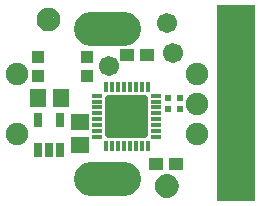
<source format=gbr>
G04 EAGLE Gerber RS-274X export*
G75*
%MOMM*%
%FSLAX34Y34*%
%LPD*%
%INSoldermask Bottom*%
%IPPOS*%
%AMOC8*
5,1,8,0,0,1.08239X$1,22.5*%
G01*
%ADD10R,3.302000X16.637000*%
%ADD11C,1.101600*%
%ADD12C,0.469900*%
%ADD13R,1.341600X1.601600*%
%ADD14R,1.601600X1.341600*%
%ADD15R,1.001600X1.001600*%
%ADD16C,0.468206*%
%ADD17R,0.900000X0.350000*%
%ADD18R,0.350000X0.900000*%
%ADD19C,1.701600*%
%ADD20R,1.176600X1.101600*%
%ADD21R,0.651600X1.301600*%
%ADD22C,1.901600*%
%ADD23C,2.901600*%
%ADD24R,0.601600X0.601600*%


D10*
X312420Y635D03*
D11*
X254000Y-69850D03*
D12*
X261500Y-69850D02*
X261498Y-69669D01*
X261491Y-69488D01*
X261480Y-69307D01*
X261465Y-69126D01*
X261445Y-68946D01*
X261421Y-68766D01*
X261393Y-68587D01*
X261360Y-68409D01*
X261323Y-68232D01*
X261282Y-68055D01*
X261237Y-67880D01*
X261187Y-67705D01*
X261133Y-67532D01*
X261075Y-67361D01*
X261013Y-67190D01*
X260946Y-67022D01*
X260876Y-66855D01*
X260802Y-66689D01*
X260723Y-66526D01*
X260641Y-66365D01*
X260555Y-66205D01*
X260465Y-66048D01*
X260371Y-65893D01*
X260274Y-65740D01*
X260172Y-65590D01*
X260068Y-65442D01*
X259959Y-65296D01*
X259848Y-65154D01*
X259732Y-65014D01*
X259614Y-64877D01*
X259492Y-64742D01*
X259367Y-64611D01*
X259239Y-64483D01*
X259108Y-64358D01*
X258973Y-64236D01*
X258836Y-64118D01*
X258696Y-64002D01*
X258554Y-63891D01*
X258408Y-63782D01*
X258260Y-63678D01*
X258110Y-63576D01*
X257957Y-63479D01*
X257802Y-63385D01*
X257645Y-63295D01*
X257485Y-63209D01*
X257324Y-63127D01*
X257161Y-63048D01*
X256995Y-62974D01*
X256828Y-62904D01*
X256660Y-62837D01*
X256489Y-62775D01*
X256318Y-62717D01*
X256145Y-62663D01*
X255970Y-62613D01*
X255795Y-62568D01*
X255618Y-62527D01*
X255441Y-62490D01*
X255263Y-62457D01*
X255084Y-62429D01*
X254904Y-62405D01*
X254724Y-62385D01*
X254543Y-62370D01*
X254362Y-62359D01*
X254181Y-62352D01*
X254000Y-62350D01*
X253819Y-62352D01*
X253638Y-62359D01*
X253457Y-62370D01*
X253276Y-62385D01*
X253096Y-62405D01*
X252916Y-62429D01*
X252737Y-62457D01*
X252559Y-62490D01*
X252382Y-62527D01*
X252205Y-62568D01*
X252030Y-62613D01*
X251855Y-62663D01*
X251682Y-62717D01*
X251511Y-62775D01*
X251340Y-62837D01*
X251172Y-62904D01*
X251005Y-62974D01*
X250839Y-63048D01*
X250676Y-63127D01*
X250515Y-63209D01*
X250355Y-63295D01*
X250198Y-63385D01*
X250043Y-63479D01*
X249890Y-63576D01*
X249740Y-63678D01*
X249592Y-63782D01*
X249446Y-63891D01*
X249304Y-64002D01*
X249164Y-64118D01*
X249027Y-64236D01*
X248892Y-64358D01*
X248761Y-64483D01*
X248633Y-64611D01*
X248508Y-64742D01*
X248386Y-64877D01*
X248268Y-65014D01*
X248152Y-65154D01*
X248041Y-65296D01*
X247932Y-65442D01*
X247828Y-65590D01*
X247726Y-65740D01*
X247629Y-65893D01*
X247535Y-66048D01*
X247445Y-66205D01*
X247359Y-66365D01*
X247277Y-66526D01*
X247198Y-66689D01*
X247124Y-66855D01*
X247054Y-67022D01*
X246987Y-67190D01*
X246925Y-67361D01*
X246867Y-67532D01*
X246813Y-67705D01*
X246763Y-67880D01*
X246718Y-68055D01*
X246677Y-68232D01*
X246640Y-68409D01*
X246607Y-68587D01*
X246579Y-68766D01*
X246555Y-68946D01*
X246535Y-69126D01*
X246520Y-69307D01*
X246509Y-69488D01*
X246502Y-69669D01*
X246500Y-69850D01*
X246502Y-70031D01*
X246509Y-70212D01*
X246520Y-70393D01*
X246535Y-70574D01*
X246555Y-70754D01*
X246579Y-70934D01*
X246607Y-71113D01*
X246640Y-71291D01*
X246677Y-71468D01*
X246718Y-71645D01*
X246763Y-71820D01*
X246813Y-71995D01*
X246867Y-72168D01*
X246925Y-72339D01*
X246987Y-72510D01*
X247054Y-72678D01*
X247124Y-72845D01*
X247198Y-73011D01*
X247277Y-73174D01*
X247359Y-73335D01*
X247445Y-73495D01*
X247535Y-73652D01*
X247629Y-73807D01*
X247726Y-73960D01*
X247828Y-74110D01*
X247932Y-74258D01*
X248041Y-74404D01*
X248152Y-74546D01*
X248268Y-74686D01*
X248386Y-74823D01*
X248508Y-74958D01*
X248633Y-75089D01*
X248761Y-75217D01*
X248892Y-75342D01*
X249027Y-75464D01*
X249164Y-75582D01*
X249304Y-75698D01*
X249446Y-75809D01*
X249592Y-75918D01*
X249740Y-76022D01*
X249890Y-76124D01*
X250043Y-76221D01*
X250198Y-76315D01*
X250355Y-76405D01*
X250515Y-76491D01*
X250676Y-76573D01*
X250839Y-76652D01*
X251005Y-76726D01*
X251172Y-76796D01*
X251340Y-76863D01*
X251511Y-76925D01*
X251682Y-76983D01*
X251855Y-77037D01*
X252030Y-77087D01*
X252205Y-77132D01*
X252382Y-77173D01*
X252559Y-77210D01*
X252737Y-77243D01*
X252916Y-77271D01*
X253096Y-77295D01*
X253276Y-77315D01*
X253457Y-77330D01*
X253638Y-77341D01*
X253819Y-77348D01*
X254000Y-77350D01*
X254181Y-77348D01*
X254362Y-77341D01*
X254543Y-77330D01*
X254724Y-77315D01*
X254904Y-77295D01*
X255084Y-77271D01*
X255263Y-77243D01*
X255441Y-77210D01*
X255618Y-77173D01*
X255795Y-77132D01*
X255970Y-77087D01*
X256145Y-77037D01*
X256318Y-76983D01*
X256489Y-76925D01*
X256660Y-76863D01*
X256828Y-76796D01*
X256995Y-76726D01*
X257161Y-76652D01*
X257324Y-76573D01*
X257485Y-76491D01*
X257645Y-76405D01*
X257802Y-76315D01*
X257957Y-76221D01*
X258110Y-76124D01*
X258260Y-76022D01*
X258408Y-75918D01*
X258554Y-75809D01*
X258696Y-75698D01*
X258836Y-75582D01*
X258973Y-75464D01*
X259108Y-75342D01*
X259239Y-75217D01*
X259367Y-75089D01*
X259492Y-74958D01*
X259614Y-74823D01*
X259732Y-74686D01*
X259848Y-74546D01*
X259959Y-74404D01*
X260068Y-74258D01*
X260172Y-74110D01*
X260274Y-73960D01*
X260371Y-73807D01*
X260465Y-73652D01*
X260555Y-73495D01*
X260641Y-73335D01*
X260723Y-73174D01*
X260802Y-73011D01*
X260876Y-72845D01*
X260946Y-72678D01*
X261013Y-72510D01*
X261075Y-72339D01*
X261133Y-72168D01*
X261187Y-71995D01*
X261237Y-71820D01*
X261282Y-71645D01*
X261323Y-71468D01*
X261360Y-71291D01*
X261393Y-71113D01*
X261421Y-70934D01*
X261445Y-70754D01*
X261465Y-70574D01*
X261480Y-70393D01*
X261491Y-70212D01*
X261498Y-70031D01*
X261500Y-69850D01*
D11*
X153797Y71120D03*
D12*
X161297Y71120D02*
X161295Y71301D01*
X161288Y71482D01*
X161277Y71663D01*
X161262Y71844D01*
X161242Y72024D01*
X161218Y72204D01*
X161190Y72383D01*
X161157Y72561D01*
X161120Y72738D01*
X161079Y72915D01*
X161034Y73090D01*
X160984Y73265D01*
X160930Y73438D01*
X160872Y73609D01*
X160810Y73780D01*
X160743Y73948D01*
X160673Y74115D01*
X160599Y74281D01*
X160520Y74444D01*
X160438Y74605D01*
X160352Y74765D01*
X160262Y74922D01*
X160168Y75077D01*
X160071Y75230D01*
X159969Y75380D01*
X159865Y75528D01*
X159756Y75674D01*
X159645Y75816D01*
X159529Y75956D01*
X159411Y76093D01*
X159289Y76228D01*
X159164Y76359D01*
X159036Y76487D01*
X158905Y76612D01*
X158770Y76734D01*
X158633Y76852D01*
X158493Y76968D01*
X158351Y77079D01*
X158205Y77188D01*
X158057Y77292D01*
X157907Y77394D01*
X157754Y77491D01*
X157599Y77585D01*
X157442Y77675D01*
X157282Y77761D01*
X157121Y77843D01*
X156958Y77922D01*
X156792Y77996D01*
X156625Y78066D01*
X156457Y78133D01*
X156286Y78195D01*
X156115Y78253D01*
X155942Y78307D01*
X155767Y78357D01*
X155592Y78402D01*
X155415Y78443D01*
X155238Y78480D01*
X155060Y78513D01*
X154881Y78541D01*
X154701Y78565D01*
X154521Y78585D01*
X154340Y78600D01*
X154159Y78611D01*
X153978Y78618D01*
X153797Y78620D01*
X153616Y78618D01*
X153435Y78611D01*
X153254Y78600D01*
X153073Y78585D01*
X152893Y78565D01*
X152713Y78541D01*
X152534Y78513D01*
X152356Y78480D01*
X152179Y78443D01*
X152002Y78402D01*
X151827Y78357D01*
X151652Y78307D01*
X151479Y78253D01*
X151308Y78195D01*
X151137Y78133D01*
X150969Y78066D01*
X150802Y77996D01*
X150636Y77922D01*
X150473Y77843D01*
X150312Y77761D01*
X150152Y77675D01*
X149995Y77585D01*
X149840Y77491D01*
X149687Y77394D01*
X149537Y77292D01*
X149389Y77188D01*
X149243Y77079D01*
X149101Y76968D01*
X148961Y76852D01*
X148824Y76734D01*
X148689Y76612D01*
X148558Y76487D01*
X148430Y76359D01*
X148305Y76228D01*
X148183Y76093D01*
X148065Y75956D01*
X147949Y75816D01*
X147838Y75674D01*
X147729Y75528D01*
X147625Y75380D01*
X147523Y75230D01*
X147426Y75077D01*
X147332Y74922D01*
X147242Y74765D01*
X147156Y74605D01*
X147074Y74444D01*
X146995Y74281D01*
X146921Y74115D01*
X146851Y73948D01*
X146784Y73780D01*
X146722Y73609D01*
X146664Y73438D01*
X146610Y73265D01*
X146560Y73090D01*
X146515Y72915D01*
X146474Y72738D01*
X146437Y72561D01*
X146404Y72383D01*
X146376Y72204D01*
X146352Y72024D01*
X146332Y71844D01*
X146317Y71663D01*
X146306Y71482D01*
X146299Y71301D01*
X146297Y71120D01*
X146299Y70939D01*
X146306Y70758D01*
X146317Y70577D01*
X146332Y70396D01*
X146352Y70216D01*
X146376Y70036D01*
X146404Y69857D01*
X146437Y69679D01*
X146474Y69502D01*
X146515Y69325D01*
X146560Y69150D01*
X146610Y68975D01*
X146664Y68802D01*
X146722Y68631D01*
X146784Y68460D01*
X146851Y68292D01*
X146921Y68125D01*
X146995Y67959D01*
X147074Y67796D01*
X147156Y67635D01*
X147242Y67475D01*
X147332Y67318D01*
X147426Y67163D01*
X147523Y67010D01*
X147625Y66860D01*
X147729Y66712D01*
X147838Y66566D01*
X147949Y66424D01*
X148065Y66284D01*
X148183Y66147D01*
X148305Y66012D01*
X148430Y65881D01*
X148558Y65753D01*
X148689Y65628D01*
X148824Y65506D01*
X148961Y65388D01*
X149101Y65272D01*
X149243Y65161D01*
X149389Y65052D01*
X149537Y64948D01*
X149687Y64846D01*
X149840Y64749D01*
X149995Y64655D01*
X150152Y64565D01*
X150312Y64479D01*
X150473Y64397D01*
X150636Y64318D01*
X150802Y64244D01*
X150969Y64174D01*
X151137Y64107D01*
X151308Y64045D01*
X151479Y63987D01*
X151652Y63933D01*
X151827Y63883D01*
X152002Y63838D01*
X152179Y63797D01*
X152356Y63760D01*
X152534Y63727D01*
X152713Y63699D01*
X152893Y63675D01*
X153073Y63655D01*
X153254Y63640D01*
X153435Y63629D01*
X153616Y63622D01*
X153797Y63620D01*
X153978Y63622D01*
X154159Y63629D01*
X154340Y63640D01*
X154521Y63655D01*
X154701Y63675D01*
X154881Y63699D01*
X155060Y63727D01*
X155238Y63760D01*
X155415Y63797D01*
X155592Y63838D01*
X155767Y63883D01*
X155942Y63933D01*
X156115Y63987D01*
X156286Y64045D01*
X156457Y64107D01*
X156625Y64174D01*
X156792Y64244D01*
X156958Y64318D01*
X157121Y64397D01*
X157282Y64479D01*
X157442Y64565D01*
X157599Y64655D01*
X157754Y64749D01*
X157907Y64846D01*
X158057Y64948D01*
X158205Y65052D01*
X158351Y65161D01*
X158493Y65272D01*
X158633Y65388D01*
X158770Y65506D01*
X158905Y65628D01*
X159036Y65753D01*
X159164Y65881D01*
X159289Y66012D01*
X159411Y66147D01*
X159529Y66284D01*
X159645Y66424D01*
X159756Y66566D01*
X159865Y66712D01*
X159969Y66860D01*
X160071Y67010D01*
X160168Y67163D01*
X160262Y67318D01*
X160352Y67475D01*
X160438Y67635D01*
X160520Y67796D01*
X160599Y67959D01*
X160673Y68125D01*
X160743Y68292D01*
X160810Y68460D01*
X160872Y68631D01*
X160930Y68802D01*
X160984Y68975D01*
X161034Y69150D01*
X161079Y69325D01*
X161120Y69502D01*
X161157Y69679D01*
X161190Y69857D01*
X161218Y70036D01*
X161242Y70216D01*
X161262Y70396D01*
X161277Y70577D01*
X161288Y70758D01*
X161295Y70939D01*
X161297Y71120D01*
D13*
X164440Y4445D03*
X145440Y4445D03*
D14*
X180340Y-34900D03*
X180340Y-15900D03*
D15*
X145235Y39115D03*
X145235Y23115D03*
X186235Y23115D03*
X186235Y39115D03*
D16*
X204678Y4872D02*
X236012Y4872D01*
X236012Y-26462D01*
X204678Y-26462D01*
X204678Y4872D01*
X204678Y-22014D02*
X236012Y-22014D01*
X236012Y-17566D02*
X204678Y-17566D01*
X204678Y-13118D02*
X236012Y-13118D01*
X236012Y-8670D02*
X204678Y-8670D01*
X204678Y-4222D02*
X236012Y-4222D01*
X236012Y226D02*
X204678Y226D01*
X204678Y4674D02*
X236012Y4674D01*
D17*
X245345Y6705D03*
X245345Y1705D03*
X245345Y-3295D03*
X245345Y-8295D03*
X245345Y-13295D03*
X245345Y-18295D03*
X245345Y-23295D03*
X245345Y-28295D03*
D18*
X237845Y-35795D03*
X232845Y-35795D03*
X227845Y-35795D03*
X222845Y-35795D03*
X217845Y-35795D03*
X212845Y-35795D03*
X207845Y-35795D03*
X202845Y-35795D03*
D17*
X195345Y-28295D03*
X195345Y-23295D03*
X195345Y-18295D03*
X195345Y-13295D03*
X195345Y-8295D03*
X195345Y-3295D03*
X195345Y1705D03*
X195345Y6705D03*
D18*
X202845Y14205D03*
X207845Y14205D03*
X212845Y14205D03*
X217845Y14205D03*
X222845Y14205D03*
X227845Y14205D03*
X232845Y14205D03*
X237845Y14205D03*
D19*
X254635Y67945D03*
X259715Y43180D03*
D20*
X261865Y-50800D03*
X244865Y-50800D03*
D21*
X163805Y-39671D03*
X154305Y-39671D03*
X144805Y-39671D03*
X144805Y-13669D03*
X163805Y-13669D03*
D20*
X237100Y41275D03*
X220100Y41275D03*
D19*
X205105Y31750D03*
D22*
X280035Y0D03*
X280035Y-25400D03*
X280035Y25400D03*
D23*
X217835Y-63500D02*
X189835Y-63500D01*
X189835Y63500D02*
X217835Y63500D01*
D22*
X127635Y-25400D03*
X127635Y25400D03*
D24*
X265350Y4500D03*
X265350Y-4500D03*
X255350Y-4500D03*
X255350Y4500D03*
M02*

</source>
